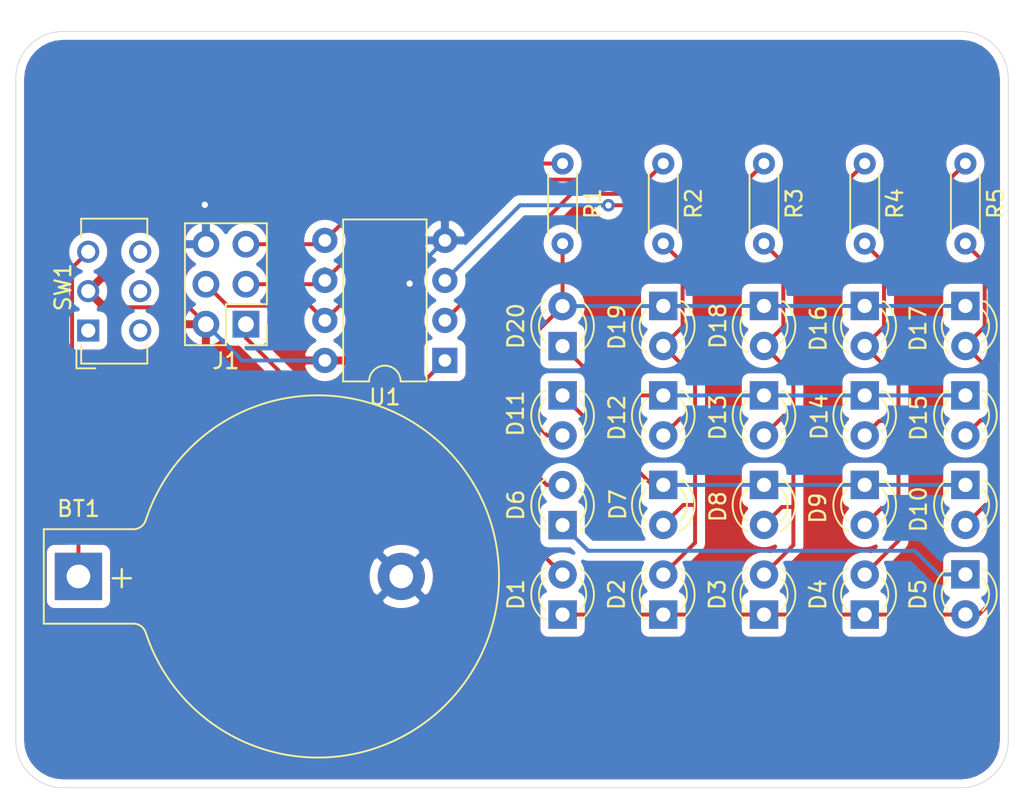
<source format=kicad_pcb>
(kicad_pcb (version 20211014) (generator pcbnew)
  (layers (0 "F.Cu" signal) (31 "B.Cu" signal) (34 "B.Paste" user) (35 "F.Paste" user) (36 "B.SilkS" user "B.Silkscreen") (37 "F.SilkS" user "F.Silkscreen") (38 "B.Mask" user) (39 "F.Mask" user) (44 "Edge.Cuts" user))
  (net 0 "")
  (net 1 "GND")
  (net 2 "Net-(BT1-Pad1)")
  (net 3 "Net-(D1-Pad1)")
  (net 4 "Net-(D1-Pad2)")
  (net 5 "Net-(D12-Pad2)")
  (net 6 "Net-(D13-Pad2)")
  (net 7 "Net-(D14-Pad2)")
  (net 8 "Net-(D5-Pad1)")
  (net 9 "Net-(D10-Pad1)")
  (net 10 "Net-(D12-Pad1)")
  (net 11 "MISO")
  (net 12 "VCC")
  (net 13 "SCK")
  (net 14 "MOSI")
  (net 15 "RST")
  (net 16 "PB3")
  (net 17 "PB4")
  (footprint "LED_THT:LED_D3.0mm" (layer "F.Cu") (at 149.935 115.81 90)
    (fp_text reference "D1" (at 1.27 -2.96 90) (layer "F.SilkS"))
    (fp_text value "LED")
    (fp_line (start -0.29 -1.236) (end -0.29 -1.08) (layer "F.SilkS") (width 0.12))
    (fp_line (start -0.29 1.08) (end -0.29 1.236) (layer "F.SilkS") (width 0.12))
    (fp_arc (start 2.942335 1.078608) (mid 1.366487 1.987659) (end -0.29 1.235516) (layer "F.SilkS") (width 0.12))
    (fp_arc (start -0.29 -1.235516) (mid 1.366487 -1.987659) (end 2.942335 -1.078608) (layer "F.SilkS") (width 0.12))
    (fp_arc (start 2.31113 1.079837) (mid 1.270117 1.5) (end 0.229039 1.08) (layer "F.SilkS") (width 0.12))
    (fp_arc (start 0.229039 -1.08) (mid 1.270117 -1.5) (end 2.31113 -1.079837) (layer "F.SilkS") (width 0.12))
    (pad "1" thru_hole rect locked (at 0 0 90) (size 1.8 1.8) (drill 0.9) (layers *.Cu *.Mask) (net 3 "Net-(D1-Pad1)"))
    (pad "2" thru_hole circle locked (at 2.54 0 90) (size 1.8 1.8) (drill 0.9) (layers *.Cu *.Mask) (net 4 "Net-(D1-Pad2)"))
  )
  (footprint "LED_THT:LED_D3.0mm" (layer "F.Cu") (at 156.3275 115.81 90)
    (fp_text reference "D2" (at 1.27 -2.96 90) (layer "F.SilkS"))
    (fp_text value "LED")
    (fp_line (start -0.29 1.08) (end -0.29 1.236) (layer "F.SilkS") (width 0.12))
    (fp_line (start -0.29 -1.236) (end -0.29 -1.08) (layer "F.SilkS") (width 0.12))
    (fp_arc (start 2.31113 1.079837) (mid 1.270117 1.5) (end 0.229039 1.08) (layer "F.SilkS") (width 0.12))
    (fp_arc (start 2.942335 1.078608) (mid 1.366487 1.987659) (end -0.29 1.235516) (layer "F.SilkS") (width 0.12))
    (fp_arc (start -0.29 -1.235516) (mid 1.366487 -1.987659) (end 2.942335 -1.078608) (layer "F.SilkS") (width 0.12))
    (fp_arc (start 0.229039 -1.08) (mid 1.270117 -1.5) (end 2.31113 -1.079837) (layer "F.SilkS") (width 0.12))
    (pad "1" thru_hole rect locked (at 0 0 90) (size 1.8 1.8) (drill 0.9) (layers *.Cu *.Mask) (net 3 "Net-(D1-Pad1)"))
    (pad "2" thru_hole circle locked (at 2.54 0 90) (size 1.8 1.8) (drill 0.9) (layers *.Cu *.Mask) (net 5 "Net-(D12-Pad2)"))
  )
  (footprint "LED_THT:LED_D3.0mm" (layer "F.Cu") (at 169.1125 115.81 90)
    (fp_text reference "D4" (at 1.27 -2.96 90) (layer "F.SilkS"))
    (fp_text value "LED")
    (fp_line (start -0.29 -1.236) (end -0.29 -1.08) (layer "F.SilkS") (width 0.12))
    (fp_line (start -0.29 1.08) (end -0.29 1.236) (layer "F.SilkS") (width 0.12))
    (fp_arc (start 2.31113 1.079837) (mid 1.270117 1.5) (end 0.229039 1.08) (layer "F.SilkS") (width 0.12))
    (fp_arc (start -0.29 -1.235516) (mid 1.366487 -1.987659) (end 2.942335 -1.078608) (layer "F.SilkS") (width 0.12))
    (fp_arc (start 2.942335 1.078608) (mid 1.366487 1.987659) (end -0.29 1.235516) (layer "F.SilkS") (width 0.12))
    (fp_arc (start 0.229039 -1.08) (mid 1.270117 -1.5) (end 2.31113 -1.079837) (layer "F.SilkS") (width 0.12))
    (pad "1" thru_hole rect locked (at 0 0 90) (size 1.8 1.8) (drill 0.9) (layers *.Cu *.Mask) (net 3 "Net-(D1-Pad1)"))
    (pad "2" thru_hole circle locked (at 2.54 0 90) (size 1.8 1.8) (drill 0.9) (layers *.Cu *.Mask) (net 7 "Net-(D14-Pad2)"))
  )
  (footprint "LED_THT:LED_D3.0mm" (layer "F.Cu") (at 175.505 113.26 -90)
    (fp_text reference "D5" (at 1.28 3.01 90) (layer "F.SilkS"))
    (fp_text value "LED")
    (fp_line (start -0.29 1.08) (end -0.29 1.236) (layer "F.SilkS") (width 0.12))
    (fp_line (start -0.29 -1.236) (end -0.29 -1.08) (layer "F.SilkS") (width 0.12))
    (fp_arc (start -0.29 -1.235516) (mid 1.366487 -1.987659) (end 2.942335 -1.078608) (layer "F.SilkS") (width 0.12))
    (fp_arc (start 2.942335 1.078608) (mid 1.366487 1.987659) (end -0.29 1.235516) (layer "F.SilkS") (width 0.12))
    (fp_arc (start 0.229039 -1.08) (mid 1.270117 -1.5) (end 2.31113 -1.079837) (layer "F.SilkS") (width 0.12))
    (fp_arc (start 2.31113 1.079837) (mid 1.270117 1.5) (end 0.229039 1.08) (layer "F.SilkS") (width 0.12))
    (pad "1" thru_hole rect locked (at 0 0 270) (size 1.8 1.8) (drill 0.9) (layers *.Cu *.Mask) (net 8 "Net-(D5-Pad1)"))
    (pad "2" thru_hole circle locked (at 2.54 0 270) (size 1.8 1.8) (drill 0.9) (layers *.Cu *.Mask) (net 3 "Net-(D1-Pad1)"))
  )
  (footprint "LED_THT:LED_D3.0mm" (layer "F.Cu") (at 149.935 110.13 90)
    (fp_text reference "D6" (at 1.27 -2.96 90) (layer "F.SilkS"))
    (fp_text value "LED")
    (fp_line (start -0.29 1.08) (end -0.29 1.236) (layer "F.SilkS") (width 0.12))
    (fp_line (start -0.29 -1.236) (end -0.29 -1.08) (layer "F.SilkS") (width 0.12))
    (fp_arc (start -0.29 -1.235516) (mid 1.366487 -1.987659) (end 2.942335 -1.078608) (layer "F.SilkS") (width 0.12))
    (fp_arc (start 2.31113 1.079837) (mid 1.270117 1.5) (end 0.229039 1.08) (layer "F.SilkS") (width 0.12))
    (fp_arc (start 2.942335 1.078608) (mid 1.366487 1.987659) (end -0.29 1.235516) (layer "F.SilkS") (width 0.12))
    (fp_arc (start 0.229039 -1.08) (mid 1.270117 -1.5) (end 2.31113 -1.079837) (layer "F.SilkS") (width 0.12))
    (pad "1" thru_hole rect locked (at 0 0 90) (size 1.8 1.8) (drill 0.9) (layers *.Cu *.Mask) (net 8 "Net-(D5-Pad1)"))
    (pad "2" thru_hole circle locked (at 2.54 0 90) (size 1.8 1.8) (drill 0.9) (layers *.Cu *.Mask) (net 4 "Net-(D1-Pad2)"))
  )
  (footprint "LED_THT:LED_D3.0mm" (layer "F.Cu") (at 156.3275 107.58 -90)
    (fp_text reference "D7" (at 1.25 2.88 90) (layer "F.SilkS"))
    (fp_text value "LED")
    (fp_line (start -0.29 1.08) (end -0.29 1.236) (layer "F.SilkS") (width 0.12))
    (fp_line (start -0.29 -1.236) (end -0.29 -1.08) (layer "F.SilkS") (width 0.12))
    (fp_arc (start 2.31113 1.079837) (mid 1.270117 1.5) (end 0.229039 1.08) (layer "F.SilkS") (width 0.12))
    (fp_arc (start -0.29 -1.235516) (mid 1.366487 -1.987659) (end 2.942335 -1.078608) (layer "F.SilkS") (width 0.12))
    (fp_arc (start 0.229039 -1.08) (mid 1.270117 -1.5) (end 2.31113 -1.079837) (layer "F.SilkS") (width 0.12))
    (fp_arc (start 2.942335 1.078608) (mid 1.366487 1.987659) (end -0.29 1.235516) (layer "F.SilkS") (width 0.12))
    (pad "1" thru_hole rect locked (at 0 0 270) (size 1.8 1.8) (drill 0.9) (layers *.Cu *.Mask) (net 9 "Net-(D10-Pad1)"))
    (pad "2" thru_hole circle locked (at 2.54 0 270) (size 1.8 1.8) (drill 0.9) (layers *.Cu *.Mask) (net 5 "Net-(D12-Pad2)"))
  )
  (footprint "LED_THT:LED_D3.0mm" (layer "F.Cu") (at 162.72 107.58 -90)
    (fp_text reference "D8" (at 1.38 2.92 90) (layer "F.SilkS"))
    (fp_text value "LED")
    (fp_line (start -0.29 -1.236) (end -0.29 -1.08) (layer "F.SilkS") (width 0.12))
    (fp_line (start -0.29 1.08) (end -0.29 1.236) (layer "F.SilkS") (width 0.12))
    (fp_arc (start 2.31113 1.079837) (mid 1.270117 1.5) (end 0.229039 1.08) (layer "F.SilkS") (width 0.12))
    (fp_arc (start -0.29 -1.235516) (mid 1.366487 -1.987659) (end 2.942335 -1.078608) (layer "F.SilkS") (width 0.12))
    (fp_arc (start 0.229039 -1.08) (mid 1.270117 -1.5) (end 2.31113 -1.079837) (layer "F.SilkS") (width 0.12))
    (fp_arc (start 2.942335 1.078608) (mid 1.366487 1.987659) (end -0.29 1.235516) (layer "F.SilkS") (width 0.12))
    (pad "1" thru_hole rect locked (at 0 0 270) (size 1.8 1.8) (drill 0.9) (layers *.Cu *.Mask) (net 9 "Net-(D10-Pad1)"))
    (pad "2" thru_hole circle locked (at 2.54 0 270) (size 1.8 1.8) (drill 0.9) (layers *.Cu *.Mask) (net 6 "Net-(D13-Pad2)"))
  )
  (footprint "LED_THT:LED_D3.0mm" (layer "F.Cu") (at 169.1125 107.58 -90)
    (fp_text reference "D9" (at 1.47 2.97 90) (layer "F.SilkS"))
    (fp_text value "LED")
    (fp_line (start -0.29 -1.236) (end -0.29 -1.08) (layer "F.SilkS") (width 0.12))
    (fp_line (start -0.29 1.08) (end -0.29 1.236) (layer "F.SilkS") (width 0.12))
    (fp_arc (start -0.29 -1.235516) (mid 1.366487 -1.987659) (end 2.942335 -1.078608) (layer "F.SilkS") (width 0.12))
    (fp_arc (start 2.942335 1.078608) (mid 1.366487 1.987659) (end -0.29 1.235516) (layer "F.SilkS") (width 0.12))
    (fp_arc (start 0.229039 -1.08) (mid 1.270117 -1.5) (end 2.31113 -1.079837) (layer "F.SilkS") (width 0.12))
    (fp_arc (start 2.31113 1.079837) (mid 1.270117 1.5) (end 0.229039 1.08) (layer "F.SilkS") (width 0.12))
    (pad "1" thru_hole rect locked (at 0 0 270) (size 1.8 1.8) (drill 0.9) (layers *.Cu *.Mask) (net 9 "Net-(D10-Pad1)"))
    (pad "2" thru_hole circle locked (at 2.54 0 270) (size 1.8 1.8) (drill 0.9) (layers *.Cu *.Mask) (net 7 "Net-(D14-Pad2)"))
  )
  (footprint "LED_THT:LED_D3.0mm" (layer "F.Cu") (at 175.505 107.58 -90)
    (fp_text reference "D10" (at 1.55 2.97 90) (layer "F.SilkS"))
    (fp_text value "LED")
    (fp_line (start -0.29 -1.236) (end -0.29 -1.08) (layer "F.SilkS") (width 0.12))
    (fp_line (start -0.29 1.08) (end -0.29 1.236) (layer "F.SilkS") (width 0.12))
    (fp_arc (start 2.942335 1.078608) (mid 1.366487 1.987659) (end -0.29 1.235516) (layer "F.SilkS") (width 0.12))
    (fp_arc (start 0.229039 -1.08) (mid 1.270117 -1.5) (end 2.31113 -1.079837) (layer "F.SilkS") (width 0.12))
    (fp_arc (start 2.31113 1.079837) (mid 1.270117 1.5) (end 0.229039 1.08) (layer "F.SilkS") (width 0.12))
    (fp_arc (start -0.29 -1.235516) (mid 1.366487 -1.987659) (end 2.942335 -1.078608) (layer "F.SilkS") (width 0.12))
    (pad "1" thru_hole rect locked (at 0 0 270) (size 1.8 1.8) (drill 0.9) (layers *.Cu *.Mask) (net 9 "Net-(D10-Pad1)"))
    (pad "2" thru_hole circle locked (at 2.54 0 270) (size 1.8 1.8) (drill 0.9) (layers *.Cu *.Mask) (net 3 "Net-(D1-Pad1)"))
  )
  (footprint "LED_THT:LED_D3.0mm" (layer "F.Cu") (at 149.935 101.9 -90)
    (fp_text reference "D11" (at 1.15 2.98 90) (layer "F.SilkS"))
    (fp_text value "LED")
    (fp_line (start -0.29 -1.236) (end -0.29 -1.08) (layer "F.SilkS") (width 0.12))
    (fp_line (start -0.29 1.08) (end -0.29 1.236) (layer "F.SilkS") (width 0.12))
    (fp_arc (start -0.29 -1.235516) (mid 1.366487 -1.987659) (end 2.942335 -1.078608) (layer "F.SilkS") (width 0.12))
    (fp_arc (start 2.31113 1.079837) (mid 1.270117 1.5) (end 0.229039 1.08) (layer "F.SilkS") (width 0.12))
    (fp_arc (start 0.229039 -1.08) (mid 1.270117 -1.5) (end 2.31113 -1.079837) (layer "F.SilkS") (width 0.12))
    (fp_arc (start 2.942335 1.078608) (mid 1.366487 1.987659) (end -0.29 1.235516) (layer "F.SilkS") (width 0.12))
    (pad "1" thru_hole rect locked (at 0 0 270) (size 1.8 1.8) (drill 0.9) (layers *.Cu *.Mask) (net 9 "Net-(D10-Pad1)"))
    (pad "2" thru_hole circle locked (at 2.54 0 270) (size 1.8 1.8) (drill 0.9) (layers *.Cu *.Mask) (net 4 "Net-(D1-Pad2)"))
  )
  (footprint "LED_THT:LED_D3.0mm" (layer "F.Cu") (at 156.3275 101.9 -90)
    (fp_text reference "D12" (at 1.42 2.94 90) (layer "F.SilkS"))
    (fp_text value "LED")
    (fp_line (start -0.29 -1.236) (end -0.29 -1.08) (layer "F.SilkS") (width 0.12))
    (fp_line (start -0.29 1.08) (end -0.29 1.236) (layer "F.SilkS") (width 0.12))
    (fp_arc (start 0.229039 -1.08) (mid 1.270117 -1.5) (end 2.31113 -1.079837) (layer "F.SilkS") (width 0.12))
    (fp_arc (start 2.31113 1.079837) (mid 1.270117 1.5) (end 0.229039 1.08) (layer "F.SilkS") (width 0.12))
    (fp_arc (start -0.29 -1.235516) (mid 1.366487 -1.987659) (end 2.942335 -1.078608) (layer "F.SilkS") (width 0.12))
    (fp_arc (start 2.942335 1.078608) (mid 1.366487 1.987659) (end -0.29 1.235516) (layer "F.SilkS") (width 0.12))
    (pad "1" thru_hole rect locked (at 0 0 270) (size 1.8 1.8) (drill 0.9) (layers *.Cu *.Mask) (net 10 "Net-(D12-Pad1)"))
    (pad "2" thru_hole circle locked (at 2.54 0 270) (size 1.8 1.8) (drill 0.9) (layers *.Cu *.Mask) (net 5 "Net-(D12-Pad2)"))
  )
  (footprint "LED_THT:LED_D3.0mm" (layer "F.Cu") (at 162.72 101.9 -90)
    (fp_text reference "D13" (at 1.4 2.93 90) (layer "F.SilkS"))
    (fp_text value "LED")
    (fp_line (start -0.29 1.08) (end -0.29 1.236) (layer "F.SilkS") (width 0.12))
    (fp_line (start -0.29 -1.236) (end -0.29 -1.08) (layer "F.SilkS") (width 0.12))
    (fp_arc (start 2.31113 1.079837) (mid 1.270117 1.5) (end 0.229039 1.08) (layer "F.SilkS") (width 0.12))
    (fp_arc (start 2.942335 1.078608) (mid 1.366487 1.987659) (end -0.29 1.235516) (layer "F.SilkS") (width 0.12))
    (fp_arc (start 0.229039 -1.08) (mid 1.270117 -1.5) (end 2.31113 -1.079837) (layer "F.SilkS") (width 0.12))
    (fp_arc (start -0.29 -1.235516) (mid 1.366487 -1.987659) (end 2.942335 -1.078608) (layer "F.SilkS") (width 0.12))
    (pad "1" thru_hole rect locked (at 0 0 270) (size 1.8 1.8) (drill 0.9) (layers *.Cu *.Mask) (net 10 "Net-(D12-Pad1)"))
    (pad "2" thru_hole circle locked (at 2.54 0 270) (size 1.8 1.8) (drill 0.9) (layers *.Cu *.Mask) (net 6 "Net-(D13-Pad2)"))
  )
  (footprint "LED_THT:LED_D3.0mm" (layer "F.Cu") (at 169.1125 101.9 -90)
    (fp_text reference "D14" (at 1.37 2.88 90) (layer "F.SilkS"))
    (fp_text value "LED")
    (fp_line (start -0.29 1.08) (end -0.29 1.236) (layer "F.SilkS") (width 0.12))
    (fp_line (start -0.29 -1.236) (end -0.29 -1.08) (layer "F.SilkS") (width 0.12))
    (fp_arc (start 2.942335 1.078608) (mid 1.366487 1.987659) (end -0.29 1.235516) (layer "F.SilkS") (width 0.12))
    (fp_arc (start 0.229039 -1.08) (mid 1.270117 -1.5) (end 2.31113 -1.079837) (layer "F.SilkS") (width 0.12))
    (fp_arc (start -0.29 -1.235516) (mid 1.366487 -1.987659) (end 2.942335 -1.078608) (layer "F.SilkS") (width 0.12))
    (fp_arc (start 2.31113 1.079837) (mid 1.270117 1.5) (end 0.229039 1.08) (layer "F.SilkS") (width 0.12))
    (pad "1" thru_hole rect locked (at 0 0 270) (size 1.8 1.8) (drill 0.9) (layers *.Cu *.Mask) (net 10 "Net-(D12-Pad1)"))
    (pad "2" thru_hole circle locked (at 2.54 0 270) (size 1.8 1.8) (drill 0.9) (layers *.Cu *.Mask) (net 7 "Net-(D14-Pad2)"))
  )
  (footprint "LED_THT:LED_D3.0mm" (layer "F.Cu") (at 175.505 101.9 -90)
    (fp_text reference "D15" (at 1.43 2.97 90) (layer "F.SilkS"))
    (fp_text value "LED")
    (fp_line (start -0.29 -1.236) (end -0.29 -1.08) (layer "F.SilkS") (width 0.12))
    (fp_line (start -0.29 1.08) (end -0.29 1.236) (layer "F.SilkS") (width 0.12))
    (fp_arc (start -0.29 -1.235516) (mid 1.366487 -1.987659) (end 2.942335 -1.078608) (layer "F.SilkS") (width 0.12))
    (fp_arc (start 2.31113 1.079837) (mid 1.270117 1.5) (end 0.229039 1.08) (layer "F.SilkS") (width 0.12))
    (fp_arc (start 2.942335 1.078608) (mid 1.366487 1.987659) (end -0.29 1.235516) (layer "F.SilkS") (width 0.12))
    (fp_arc (start 0.229039 -1.08) (mid 1.270117 -1.5) (end 2.31113 -1.079837) (layer "F.SilkS") (width 0.12))
    (pad "1" thru_hole rect locked (at 0 0 270) (size 1.8 1.8) (drill 0.9) (layers *.Cu *.Mask) (net 10 "Net-(D12-Pad1)"))
    (pad "2" thru_hole circle locked (at 2.54 0 270) (size 1.8 1.8) (drill 0.9) (layers *.Cu *.Mask) (net 3 "Net-(D1-Pad1)"))
  )
  (footprint "LED_THT:LED_D3.0mm" (layer "F.Cu") (at 169.1125 96.22 -90)
    (fp_text reference "D16" (at 1.43 2.94 90) (layer "F.SilkS"))
    (fp_text value "LED")
    (fp_line (start -0.29 -1.236) (end -0.29 -1.08) (layer "F.SilkS") (width 0.12))
    (fp_line (start -0.29 1.08) (end -0.29 1.236) (layer "F.SilkS") (width 0.12))
    (fp_arc (start 2.31113 1.079837) (mid 1.270117 1.5) (end 0.229039 1.08) (layer "F.SilkS") (width 0.12))
    (fp_arc (start -0.29 -1.235516) (mid 1.366487 -1.987659) (end 2.942335 -1.078608) (layer "F.SilkS") (width 0.12))
    (fp_arc (start 0.229039 -1.08) (mid 1.270117 -1.5) (end 2.31113 -1.079837) (layer "F.SilkS") (width 0.12))
    (fp_arc (start 2.942335 1.078608) (mid 1.366487 1.987659) (end -0.29 1.235516) (layer "F.SilkS") (width 0.12))
    (pad "1" thru_hole rect locked (at 0 0 270) (size 1.8 1.8) (drill 0.9) (layers *.Cu *.Mask) (net 4 "Net-(D1-Pad2)"))
    (pad "2" thru_hole circle locked (at 2.54 0 270) (size 1.8 1.8) (drill 0.9) (layers *.Cu *.Mask) (net 7 "Net-(D14-Pad2)"))
  )
  (footprint "LED_THT:LED_D3.0mm" (layer "F.Cu") (at 175.505 96.22 -90)
    (fp_text reference "D17" (at 1.44 3 90) (layer "F.SilkS"))
    (fp_text value "LED")
    (fp_line (start -0.29 -1.236) (end -0.29 -1.08) (layer "F.SilkS") (width 0.12))
    (fp_line (start -0.29 1.08) (end -0.29 1.236) (layer "F.SilkS") (width 0.12))
    (fp_arc (start -0.29 -1.235516) (mid 1.366487 -1.987659) (end 2.942335 -1.078608) (layer "F.SilkS") (width 0.12))
    (fp_arc (start 2.31113 1.079837) (mid 1.270117 1.5) (end 0.229039 1.08) (layer "F.SilkS") (width 0.12))
    (fp_arc (start 0.229039 -1.08) (mid 1.270117 -1.5) (end 2.31113 -1.079837) (layer "F.SilkS") (width 0.12))
    (fp_arc (start 2.942335 1.078608) (mid 1.366487 1.987659) (end -0.29 1.235516) (layer "F.SilkS") (width 0.12))
    (pad "1" thru_hole rect locked (at 0 0 270) (size 1.8 1.8) (drill 0.9) (layers *.Cu *.Mask) (net 4 "Net-(D1-Pad2)"))
    (pad "2" thru_hole circle locked (at 2.54 0 270) (size 1.8 1.8) (drill 0.9) (layers *.Cu *.Mask) (net 3 "Net-(D1-Pad1)"))
  )
  (footprint "LED_THT:LED_D3.0mm" (layer "F.Cu") (at 162.72 96.22 -90)
    (fp_text reference "D18" (at 1.27 2.92 90) (layer "F.SilkS"))
    (fp_text value "LED")
    (fp_line (start -0.29 1.08) (end -0.29 1.236) (layer "F.SilkS") (width 0.12))
    (fp_line (start -0.29 -1.236) (end -0.29 -1.08) (layer "F.SilkS") (width 0.12))
    (fp_arc (start 0.229039 -1.08) (mid 1.270117 -1.5) (end 2.31113 -1.079837) (layer "F.SilkS") (width 0.12))
    (fp_arc (start 2.942335 1.078608) (mid 1.366487 1.987659) (end -0.29 1.235516) (layer "F.SilkS") (width 0.12))
    (fp_arc (start -0.29 -1.235516) (mid 1.366487 -1.987659) (end 2.942335 -1.078608) (layer "F.SilkS") (width 0.12))
    (fp_arc (start 2.31113 1.079837) (mid 1.270117 1.5) (end 0.229039 1.08) (layer "F.SilkS") (width 0.12))
    (pad "1" thru_hole rect locked (at 0 0 270) (size 1.8 1.8) (drill 0.9) (layers *.Cu *.Mask) (net 4 "Net-(D1-Pad2)"))
    (pad "2" thru_hole circle locked (at 2.54 0 270) (size 1.8 1.8) (drill 0.9) (layers *.Cu *.Mask) (net 6 "Net-(D13-Pad2)"))
  )
  (footprint "LED_THT:LED_D3.0mm" (layer "F.Cu") (at 156.3275 96.22 -90)
    (fp_text reference "D19" (at 1.35 2.94 90) (layer "F.SilkS"))
    (fp_text value "LED")
    (fp_line (start -0.29 1.08) (end -0.29 1.236) (layer "F.SilkS") (width 0.12))
    (fp_line (start -0.29 -1.236) (end -0.29 -1.08) (layer "F.SilkS") (width 0.12))
    (fp_arc (start -0.29 -1.235516) (mid 1.366487 -1.987659) (end 2.942335 -1.078608) (layer "F.SilkS") (width 0.12))
    (fp_arc (start 2.31113 1.079837) (mid 1.270117 1.5) (end 0.229039 1.08) (layer "F.SilkS") (width 0.12))
    (fp_arc (start 2.942335 1.078608) (mid 1.366487 1.987659) (end -0.29 1.235516) (layer "F.SilkS") (width 0.12))
    (fp_arc (start 0.229039 -1.08) (mid 1.270117 -1.5) (end 2.31113 -1.079837) (layer "F.SilkS") (width 0.12))
    (pad "1" thru_hole rect locked (at 0 0 270) (size 1.8 1.8) (drill 0.9) (layers *.Cu *.Mask) (net 4 "Net-(D1-Pad2)"))
    (pad "2" thru_hole circle locked (at 2.54 0 270) (size 1.8 1.8) (drill 0.9) (layers *.Cu *.Mask) (net 5 "Net-(D12-Pad2)"))
  )
  (footprint "LED_THT:LED_D3.0mm" (layer "F.Cu") (at 149.935 98.77 90)
    (fp_text reference "D20" (at 1.27 -2.96 90) (layer "F.SilkS"))
    (fp_text value "LED")
    (fp_line (start -0.29 1.08) (end -0.29 1.236) (layer "F.SilkS") (width 0.12))
    (fp_line (start -0.29 -1.236) (end -0.29 -1.08) (layer "F.SilkS") (width 0.12))
    (fp_arc (start -0.29 -1.235516) (mid 1.366487 -1.987659) (end 2.942335 -1.078608) (layer "F.SilkS") (width 0.12))
    (fp_arc (start 2.31113 1.079837) (mid 1.270117 1.5) (end 0.229039 1.08) (layer "F.SilkS") (width 0.12))
    (fp_arc (start 2.942335 1.078608) (mid 1.366487 1.987659) (end -0.29 1.235516) (layer "F.SilkS") (width 0.12))
    (fp_arc (start 0.229039 -1.08) (mid 1.270117 -1.5) (end 2.31113 -1.079837) (layer "F.SilkS") (width 0.12))
    (pad "1" thru_hole rect locked (at 0 0 90) (size 1.8 1.8) (drill 0.9) (layers *.Cu *.Mask) (net 10 "Net-(D12-Pad1)"))
    (pad "2" thru_hole circle locked (at 2.54 0 90) (size 1.8 1.8) (drill 0.9) (layers *.Cu *.Mask) (net 4 "Net-(D1-Pad2)"))
  )
  (footprint "Resistor_THT:R_Axial_DIN0204_L3.6mm_D1.6mm_P5.08mm_Horizontal" (layer "F.Cu") (at 149.935 87.18 -90)
    (fp_text reference "R1" (at 2.54 -1.92 90) (layer "F.SilkS"))
    (fp_text value "100")
    (fp_line (start 0.62 0.92) (end 4.46 0.92) (layer "F.SilkS") (width 0.12))
    (fp_line (start 0.62 -0.92) (end 4.46 -0.92) (layer "F.SilkS") (width 0.12))
    (pad "1" thru_hole circle locked (at 0 0 270) (size 1.4 1.4) (drill 0.7) (layers *.Cu *.Mask) (net 14 "MOSI"))
    (pad "2" thru_hole oval locked (at 5.08 0 270) (size 1.4 1.4) (drill 0.7) (layers *.Cu *.Mask) (net 4 "Net-(D1-Pad2)"))
  )
  (footprint "Resistor_THT:R_Axial_DIN0204_L3.6mm_D1.6mm_P5.08mm_Horizontal" (layer "F.Cu") (at 156.3275 87.18 -90)
    (fp_text reference "R2" (at 2.54 -1.92 90) (layer "F.SilkS"))
    (fp_text value "100")
    (fp_line (start 0.62 -0.92) (end 4.46 -0.92) (layer "F.SilkS") (width 0.12))
    (fp_line (start 0.62 0.92) (end 4.46 0.92) (layer "F.SilkS") (width 0.12))
    (pad "1" thru_hole circle locked (at 0 0 270) (size 1.4 1.4) (drill 0.7) (layers *.Cu *.Mask) (net 11 "MISO"))
    (pad "2" thru_hole oval locked (at 5.08 0 270) (size 1.4 1.4) (drill 0.7) (layers *.Cu *.Mask) (net 5 "Net-(D12-Pad2)"))
  )
  (footprint "Resistor_THT:R_Axial_DIN0204_L3.6mm_D1.6mm_P5.08mm_Horizontal" (layer "F.Cu") (at 162.72 87.18 -90)
    (fp_text reference "R3" (at 2.54 -1.92 90) (layer "F.SilkS"))
    (fp_text value "100")
    (fp_line (start 0.62 0.92) (end 4.46 0.92) (layer "F.SilkS") (width 0.12))
    (fp_line (start 0.62 -0.92) (end 4.46 -0.92) (layer "F.SilkS") (width 0.12))
    (pad "1" thru_hole circle locked (at 0 0 270) (size 1.4 1.4) (drill 0.7) (layers *.Cu *.Mask) (net 13 "SCK"))
    (pad "2" thru_hole oval locked (at 5.08 0 270) (size 1.4 1.4) (drill 0.7) (layers *.Cu *.Mask) (net 6 "Net-(D13-Pad2)"))
  )
  (footprint "Resistor_THT:R_Axial_DIN0204_L3.6mm_D1.6mm_P5.08mm_Horizontal" (layer "F.Cu") (at 169.1125 87.18 -90)
    (fp_text reference "R4" (at 2.54 -1.92 90) (layer "F.SilkS"))
    (fp_text value "100")
    (fp_line (start 0.62 -0.92) (end 4.46 -0.92) (layer "F.SilkS") (width 0.12))
    (fp_line (start 0.62 0.92) (end 4.46 0.92) (layer "F.SilkS") (width 0.12))
    (pad "1" thru_hole circle locked (at 0 0 270) (size 1.4 1.4) (drill 0.7) (layers *.Cu *.Mask) (net 16 "PB3"))
    (pad "2" thru_hole oval locked (at 5.08 0 270) (size 1.4 1.4) (drill 0.7) (layers *.Cu *.Mask) (net 7 "Net-(D14-Pad2)"))
  )
  (footprint "Resistor_THT:R_Axial_DIN0204_L3.6mm_D1.6mm_P5.08mm_Horizontal" (layer "F.Cu") (at 175.505 87.18 -90)
    (fp_text reference "R5" (at 2.54 -1.92 90) (layer "F.SilkS"))
    (fp_text value "100")
    (fp_line (start 0.62 0.92) (end 4.46 0.92) (layer "F.SilkS") (width 0.12))
    (fp_line (start 0.62 -0.92) (end 4.46 -0.92) (layer "F.SilkS") (width 0.12))
    (pad "1" thru_hole circle locked (at 0 0 270) (size 1.4 1.4) (drill 0.7) (layers *.Cu *.Mask) (net 17 "PB4"))
    (pad "2" thru_hole oval locked (at 5.08 0 270) (size 1.4 1.4) (drill 0.7) (layers *.Cu *.Mask) (net 3 "Net-(D1-Pad1)"))
  )
  (footprint "Button_Switch_THT:SW_CuK_JS202011CQN_DPDT_Straight" (layer "F.Cu") (at 119.825 97.78 90)
    (fp_text reference "SW1" (at 2.75 -1.6 90) (layer "F.SilkS"))
    (fp_text value "SWITCH")
    (fp_line (start 5.9 -0.45) (end 7.1 -0.45) (layer "F.SilkS") (width 0.12))
    (fp_line (start 7.1 -0.45) (end 7.1 3.75) (layer "F.SilkS") (width 0.12))
    (fp_line (start 7.1 3.75) (end 5.9 3.75) (layer "F.SilkS") (width 0.12))
    (fp_line (start -0.9 -0.45) (end -2.1 -0.45) (layer "F.SilkS") (width 0.12))
    (fp_line (start -1.2 -0.75) (end -2.4 -0.75) (layer "F.SilkS") (width 0.12))
    (fp_line (start -2.4 -0.75) (end -2.4 0.45) (layer "F.SilkS") (width 0.12))
    (fp_line (start -2.1 3.75) (end -0.9 3.75) (layer "F.SilkS") (width 0.12))
    (fp_line (start -2.1 -0.45) (end -2.1 3.75) (layer "F.SilkS") (width 0.12))
    (pad "1" thru_hole rect locked (at 0 0 90) (size 1.4 1.4) (drill 0.9) (layers *.Cu *.Mask))
    (pad "2" thru_hole circle locked (at 2.5 0 90) (size 1.4 1.4) (drill 0.9) (layers *.Cu *.Mask) (net 12 "VCC"))
    (pad "3" thru_hole circle locked (at 5 0 90) (size 1.4 1.4) (drill 0.9) (layers *.Cu *.Mask) (net 2 "Net-(BT1-Pad1)"))
    (pad "4" thru_hole circle locked (at 0 3.3 90) (size 1.4 1.4) (drill 0.9) (layers *.Cu *.Mask))
    (pad "5" thru_hole circle locked (at 2.5 3.3 90) (size 1.4 1.4) (drill 0.9) (layers *.Cu *.Mask))
    (pad "6" thru_hole circle locked (at 5 3.3 90) (size 1.4 1.4) (drill 0.9) (layers *.Cu *.Mask))
  )
  (footprint "Package_DIP:DIP-8_W7.62mm" (layer "F.Cu") (at 142.465 99.68 180)
    (fp_text reference "U1" (at 3.81 -2.33) (layer "F.SilkS"))
    (fp_text value "ATtiny85-20PU")
    (fp_line (start 1.16 -1.33) (end 1.16 8.95) (layer "F.SilkS") (width 0.12))
    (fp_line (start 6.46 8.95) (end 6.46 -1.33) (layer "F.SilkS") (width 0.12))
    (fp_line (start 2.81 -1.33) (end 1.16 -1.33) (layer "F.SilkS") (width 0.12))
    (fp_line (start 1.16 8.95) (end 6.46 8.95) (layer "F.SilkS") (width 0.12))
    (fp_line (start 6.46 -1.33) (end 4.81 -1.33) (layer "F.SilkS") (width 0.12))
    (fp_arc (start 4.81 -1.33) (mid 3.81 -0.33) (end 2.81 -1.33) (layer "F.SilkS") (width 0.12))
    (pad "1" thru_hole rect locked (at 0 0 180) (size 1.6 1.6) (drill 0.8) (layers *.Cu *.Mask) (net 15 "RST"))
    (pad "2" thru_hole oval locked (at 0 2.54 180) (size 1.6 1.6) (drill 0.8) (layers *.Cu *.Mask) (net 16 "PB3"))
    (pad "3" thru_hole oval locked (at 0 5.08 180) (size 1.6 1.6) (drill 0.8) (layers *.Cu *.Mask) (net 17 "PB4"))
    (pad "4" thru_hole oval locked (at 0 7.62 180) (size 1.6 1.6) (drill 0.8) (layers *.Cu *.Mask) (net 1 "GND"))
    (pad "5" thru_hole oval locked (at 7.62 7.62 180) (size 1.6 1.6) (drill 0.8) (layers *.Cu *.Mask) (net 14 "MOSI"))
    (pad "6" thru_hole oval locked (at 7.62 5.08 180) (size 1.6 1.6) (drill 0.8) (layers *.Cu *.Mask) (net 11 "MISO"))
    (pad "7" thru_hole oval locked (at 7.62 2.54 180) (size 1.6 1.6) (drill 0.8) (layers *.Cu *.Mask) (net 13 "SCK"))
    (pad "8" thru_hole oval locked (at 7.62 0 180) (size 1.6 1.6) (drill 0.8) (layers *.Cu *.Mask) (net 12 "VCC"))
  )
  (footprint "LED_THT:LED_D3.0mm" (layer "F.Cu") (at 162.72 115.81 90)
    (fp_text reference "D3" (at 1.27 -2.96 90) (layer "F.SilkS"))
    (fp_text value "LED")
    (fp_line (start -0.29 1.08) (end -0.29 1.236) (layer "F.SilkS") (width 0.12))
    (fp_line (start -0.29 -1.236) (end -0.29 -1.08) (layer "F.SilkS") (width 0.12))
    (fp_arc (start 2.31113 1.079837) (mid 1.270117 1.5) (end 0.229039 1.08) (layer "F.SilkS") (width 0.12))
    (fp_arc (start -0.29 -1.235516) (mid 1.366487 -1.987659) (end 2.942335 -1.078608) (layer "F.SilkS") (width 0.12))
    (fp_arc (start 0.229039 -1.08) (mid 1.270117 -1.5) (end 2.31113 -1.079837) (layer "F.SilkS") (width 0.12))
    (fp_arc (start 2.942335 1.078608) (mid 1.366487 1.987659) (end -0.29 1.235516) (layer "F.SilkS") (width 0.12))
    (pad "1" thru_hole rect locked (at 0 0 90) (size 1.8 1.8) (drill 0.9) (layers *.Cu *.Mask) (net 3 "Net-(D1-Pad1)"))
    (pad "2" thru_hole circle locked (at 2.54 0 90) (size 1.8 1.8) (drill 0.9) (layers *.Cu *.Mask) (net 6 "Net-(D13-Pad2)"))
  )
  (footprint "Connector_PinHeader_2.54mm:PinHeader_2x03_P2.54mm_Vertical" (layer "F.Cu") (at 129.835 97.38 180)
    (fp_text reference "J1" (at 1.27 -2.33) (layer "F.SilkS"))
    (fp_text value "CONNECTOR")
    (fp_line (start -1.33 1.27) (end -1.33 6.41) (layer "F.SilkS") (width 0.12))
    (fp_line (start 1.27 -1.33) (end 3.87 -1.33) (layer "F.SilkS") (width 0.12))
    (fp_line (start 3.87 -1.33) (end 3.87 6.41) (layer "F.SilkS") (width 0.12))
    (fp_line (start -1.33 0) (end -1.33 -1.33) (layer "F.SilkS") (width 0.12))
    (fp_line (start 1.27 1.27) (end 1.27 -1.33) (layer "F.SilkS") (width 0.12))
    (fp_line (start -1.33 1.27) (end 1.27 1.27) (layer "F.SilkS") (width 0.12))
    (fp_line (start -1.33 6.41) (end 3.87 6.41) (layer "F.SilkS") (width 0.12))
    (fp_line (start -1.33 -1.33) (end 0 -1.33) (layer "F.SilkS") (width 0.12))
    (pad "1" thru_hole rect locked (at 0 0 180) (size 1.7 1.7) (drill 1) (layers *.Cu *.Mask) (net 15 "RST"))
    (pad "2" thru_hole oval locked (at 2.54 0 180) (size 1.7 1.7) (drill 1) (layers *.Cu *.Mask) (net 12 "VCC"))
    (pad "3" thru_hole oval locked (at 0 2.54 180) (size 1.7 1.7) (drill 1) (layers *.Cu *.Mask) (net 11 "MISO"))
    (pad "4" thru_hole oval locked (at 2.54 2.54 180) (size 1.7 1.7) (drill 1) (layers *.Cu *.Mask) (net 13 "SCK"))
    (pad "5" thru_hole oval locked (at 0 5.08 180) (size 1.7 1.7) (drill 1) (layers *.Cu *.Mask) (net 14 "MOSI"))
    (pad "6" thru_hole oval locked (at 2.54 5.08 180) (size 1.7 1.7) (drill 1) (layers *.Cu *.Mask) (net 1 "GND"))
  )
  (footprint "Battery:BatteryHolder_Keystone_103_1x20mm" (layer "F.Cu") (at 119.205 113.39)
    (fp_text reference "BT1" (at 0 -4.3) (layer "F.SilkS"))
    (fp_text value "BATTERY")
    (fp_text user "+" (at 2.75 0) (layer "F.SilkS") (effects (font (size 1.5 1.5))))
    (fp_line (start -2.2 3) (end -2.2 -3) (layer "F.SilkS") (width 0.12))
    (fp_line (start -2.2 3) (end 3.5 3) (layer "F.SilkS") (width 0.12))
    (fp_line (start -2.2 -3) (end 3.5 -3) (layer "F.SilkS") (width 0.12))
    (fp_arc (start 4.25 -3.5) (mid 16.993514 -11.35499) (end 26.695671 0.045281) (layer "F.SilkS") (width 0.12))
    (fp_arc (start 26.695671 -0.045281) (mid 16.993514 11.35499) (end 4.25 3.5) (layer "F.SilkS") (width 0.12))
    (fp_arc (start 4.251754 -3.526384) (mid 3.958861 -3.144678) (end 3.5 -3) (layer "F.SilkS") (width 0.12))
    (fp_arc (start 3.5 3) (mid 3.958861 3.144678) (end 4.251754 3.526384) (layer "F.SilkS") (width 0.12))
    (pad "1" thru_hole rect locked (at 0 0) (size 3 3) (drill 1.5) (layers *.Cu *.Mask) (net 2 "Net-(BT1-Pad1)"))
    (pad "2" thru_hole circle locked (at 20.49 0) (size 3 3) (drill 1.5) (layers *.Cu *.Mask) (net 1 "GND"))
  )
  (gr_line (start 115.225 123.8) (end 115.225 81.8) (layer "Edge.Cuts") (width 0.05))
  (gr_line (start 118.225 78.8) (end 175.225 78.8) (layer "Edge.Cuts") (width 0.05))
  (gr_line (start 178.225 81.8) (end 178.225 123.8) (layer "Edge.Cuts") (width 0.05))
  (gr_line (start 175.225 126.8) (end 118.225 126.8) (layer "Edge.Cuts") (width 0.05))
  (gr_arc (start 118.225 126.8) (mid 116.10368 125.92132) (end 115.225 123.8) (layer "Edge.Cuts") (width 0.05))
  (gr_arc (start 115.225 81.8) (mid 116.10368 79.67868) (end 118.225 78.8) (layer "Edge.Cuts") (width 0.05))
  (gr_arc (start 178.225 123.8) (mid 177.34632 125.92132) (end 175.225 126.8) (layer "Edge.Cuts") (width 0.05))
  (gr_arc (start 175.225 78.8) (mid 177.34632 79.67868) (end 178.225 81.8) (layer "Edge.Cuts") (width 0.05))
  (via (at 140.225 94.8) (size 0.8) (drill 0.4) (layers "F.Cu" "B.Cu") (net 1))
  (via (at 127.225 89.8) (size 0.8) (drill 0.4) (layers "F.Cu" "B.Cu") (net 1))
  (segment (start 127.295 92.3) (end 127.295 89.87) (width 0.25) (layer "B.Cu") (net 1))
  (segment (start 142.465 92.06) (end 140.225 94.3) (width 0.25) (layer "B.Cu") (net 1))
  (segment (start 140.225 94.3) (end 140.225 94.8) (width 0.25) (layer "B.Cu") (net 1))
  (segment (start 127.295 89.87) (end 127.225 89.8) (width 0.25) (layer "B.Cu") (net 1))
  (segment (start 119.205 113.39) (end 119.205 105.48) (width 0.25) (layer "F.Cu") (net 2))
  (segment (start 118.799999 93.805001) (end 119.825 92.78) (width 0.25) (layer "F.Cu") (net 2))
  (segment (start 119.205 113.39) (end 118.799999 112.984999) (width 0.25) (layer "F.Cu") (net 2))
  (segment (start 118.799999 105.074999) (end 118.799999 93.805001) (width 0.25) (layer "F.Cu") (net 2))
  (segment (start 119.205 105.48) (end 118.799999 105.074999) (width 0.25) (layer "F.Cu") (net 2))
  (segment (start 176.765 108.86) (end 177.405 108.86) (width 0.25) (layer "F.Cu") (net 3))
  (segment (start 169.1125 115.81) (end 175.495 115.81) (width 0.25) (layer "F.Cu") (net 3))
  (segment (start 175.495 115.81) (end 175.505 115.8) (width 0.25) (layer "F.Cu") (net 3))
  (segment (start 176.730001 93.485001) (end 175.505 92.26) (width 0.25) (layer "F.Cu") (net 3))
  (segment (start 175.505 110.12) (end 176.765 108.86) (width 0.25) (layer "F.Cu") (net 3))
  (segment (start 175.505 98.76) (end 176.730001 97.534999) (width 0.25) (layer "F.Cu") (net 3))
  (segment (start 176.730001 97.534999) (end 176.730001 93.485001) (width 0.25) (layer "F.Cu") (net 3))
  (segment (start 176.465 103.48) (end 177.405 103.48) (width 0.25) (layer "F.Cu") (net 3))
  (segment (start 177.405 114.76) (end 177.405 108.86) (width 0.25) (layer "F.Cu") (net 3))
  (segment (start 177.405 108.86) (end 177.405 103.48) (width 0.25) (layer "F.Cu") (net 3))
  (segment (start 176.365 115.8) (end 177.405 114.76) (width 0.25) (layer "F.Cu") (net 3))
  (segment (start 156.3275 115.81) (end 162.72 115.81) (width 0.25) (layer "F.Cu") (net 3))
  (segment (start 177.405 100.66) (end 175.505 98.76) (width 0.25) (layer "F.Cu") (net 3))
  (segment (start 177.405 103.48) (end 177.405 100.66) (width 0.25) (layer "F.Cu") (net 3))
  (segment (start 162.72 115.81) (end 169.1125 115.81) (width 0.25) (layer "F.Cu") (net 3))
  (segment (start 149.935 115.81) (end 156.3275 115.81) (width 0.25) (layer "F.Cu") (net 3))
  (segment (start 175.505 115.8) (end 176.365 115.8) (width 0.25) (layer "F.Cu") (net 3))
  (segment (start 175.505 104.44) (end 176.465 103.48) (width 0.25) (layer "F.Cu") (net 3))
  (segment (start 148.115 111.45) (end 148.115 106.77) (width 0.25) (layer "F.Cu") (net 4))
  (segment (start 148.115 98.05) (end 149.935 96.23) (width 0.25) (layer "F.Cu") (net 4))
  (segment (start 149.935 107.59) (end 148.935 107.59) (width 0.25) (layer "F.Cu") (net 4))
  (segment (start 149.935 96.23) (end 149.935 92.26) (width 0.25) (layer "F.Cu") (net 4))
  (segment (start 148.965 104.44) (end 148.115 103.59) (width 0.25) (layer "F.Cu") (net 4))
  (segment (start 148.115 106.77) (end 148.115 103.59) (width 0.25) (layer "F.Cu") (net 4))
  (segment (start 149.935 104.44) (end 148.965 104.44) (width 0.25) (layer "F.Cu") (net 4))
  (segment (start 148.935 107.59) (end 148.115 106.77) (width 0.25) (layer "F.Cu") (net 4))
  (segment (start 148.115 103.59) (end 148.115 98.05) (width 0.25) (layer "F.Cu") (net 4))
  (segment (start 149.935 113.27) (end 148.115 111.45) (width 0.25) (layer "F.Cu") (net 4))
  (segment (start 149.935 96.23) (end 156.3175 96.23) (width 0.25) (layer "B.Cu") (net 4))
  (segment (start 162.72 96.22) (end 169.1125 96.22) (width 0.25) (layer "B.Cu") (net 4))
  (segment (start 156.3175 96.23) (end 156.3275 96.22) (width 0.25) (layer "B.Cu") (net 4))
  (segment (start 156.3275 96.22) (end 162.72 96.22) (width 0.25) (layer "B.Cu") (net 4))
  (segment (start 175.505 96.22) (end 169.1125 96.22) (width 0.25) (layer "B.Cu") (net 4))
  (segment (start 156.3275 110.12) (end 157.5975 108.85) (width 0.25) (layer "F.Cu") (net 5))
  (segment (start 156.3275 104.44) (end 157.3975 103.37) (width 0.25) (layer "F.Cu") (net 5))
  (segment (start 158.345 100.7775) (end 156.3275 98.76) (width 0.25) (layer "F.Cu") (net 5))
  (segment (start 158.345 111.2525) (end 158.345 108.85) (width 0.25) (layer "F.Cu") (net 5))
  (segment (start 156.3275 98.76) (end 157.552501 97.534999) (width 0.25) (layer "F.Cu") (net 5))
  (segment (start 158.345 108.85) (end 158.345 103.37) (width 0.25) (layer "F.Cu") (net 5))
  (segment (start 158.345 103.37) (end 158.345 100.7775) (width 0.25) (layer "F.Cu") (net 5))
  (segment (start 156.3275 113.27) (end 158.345 111.2525) (width 0.25) (layer "F.Cu") (net 5))
  (segment (start 157.552501 97.534999) (end 157.552501 93.485001) (width 0.25) (layer "F.Cu") (net 5))
  (segment (start 157.5975 108.85) (end 158.345 108.85) (width 0.25) (layer "F.Cu") (net 5))
  (segment (start 157.552501 93.485001) (end 156.3275 92.26) (width 0.25) (layer "F.Cu") (net 5))
  (segment (start 157.3975 103.37) (end 158.345 103.37) (width 0.25) (layer "F.Cu") (net 5))
  (segment (start 162.72 110.12) (end 163.86 108.98) (width 0.25) (layer "F.Cu") (net 6))
  (segment (start 162.72 98.76) (end 163.945001 97.534999) (width 0.25) (layer "F.Cu") (net 6))
  (segment (start 164.585 108.98) (end 164.585 103.19) (width 0.25) (layer "F.Cu") (net 6))
  (segment (start 164.585 103.19) (end 164.585 100.625) (width 0.25) (layer "F.Cu") (net 6))
  (segment (start 162.72 113.27) (end 164.585 111.405) (width 0.25) (layer "F.Cu") (net 6))
  (segment (start 164.585 100.625) (end 162.72 98.76) (width 0.25) (layer "F.Cu") (net 6))
  (segment (start 163.945001 97.534999) (end 163.945001 93.485001) (width 0.25) (layer "F.Cu") (net 6))
  (segment (start 164.585 111.405) (end 164.585 108.98) (width 0.25) (layer "F.Cu") (net 6))
  (segment (start 162.72 104.44) (end 163.97 103.19) (width 0.25) (layer "F.Cu") (net 6))
  (segment (start 163.86 108.98) (end 164.585 108.98) (width 0.25) (layer "F.Cu") (net 6))
  (segment (start 163.945001 93.485001) (end 162.72 92.26) (width 0.25) (layer "F.Cu") (net 6))
  (segment (start 163.97 103.19) (end 164.585 103.19) (width 0.25) (layer "F.Cu") (net 6))
  (segment (start 170.1925 109.04) (end 171.255 109.04) (width 0.25) (layer "F.Cu") (net 7))
  (segment (start 170.337501 93.485001) (end 169.1125 92.26) (width 0.25) (layer "F.Cu") (net 7))
  (segment (start 169.1125 98.76) (end 170.337501 97.534999) (width 0.25) (layer "F.Cu") (net 7))
  (segment (start 171.255 111.1275) (end 171.255 109.04) (width 0.25) (layer "F.Cu") (net 7))
  (segment (start 169.1125 110.12) (end 170.1925 109.04) (width 0.25) (layer "F.Cu") (net 7))
  (segment (start 171.255 100.9025) (end 169.1125 98.76) (width 0.25) (layer "F.Cu") (net 7))
  (segment (start 171.255 109.04) (end 171.255 103.52) (width 0.25) (layer "F.Cu") (net 7))
  (segment (start 169.1125 113.27) (end 171.255 111.1275) (width 0.25) (layer "F.Cu") (net 7))
  (segment (start 170.0325 103.52) (end 171.255 103.52) (width 0.25) (layer "F.Cu") (net 7))
  (segment (start 170.337501 97.534999) (end 170.337501 93.485001) (width 0.25) (layer "F.Cu") (net 7))
  (segment (start 171.255 103.52) (end 171.255 100.9025) (width 0.25) (layer "F.Cu") (net 7))
  (segment (start 169.1125 104.44) (end 170.0325 103.52) (width 0.25) (layer "F.Cu") (net 7))
  (segment (start 151.565 111.76) (end 149.935 110.13) (width 0.25) (layer "B.Cu") (net 8))
  (segment (start 173.805 113.26) (end 172.305 111.76) (width 0.25) (layer "B.Cu") (net 8))
  (segment (start 172.305 111.76) (end 151.565 111.76) (width 0.25) (layer "B.Cu") (net 8))
  (segment (start 175.505 113.26) (end 173.805 113.26) (width 0.25) (layer "B.Cu") (net 8))
  (segment (start 155.615 107.58) (end 149.935 101.9) (width 0.25) (layer "F.Cu") (net 9))
  (segment (start 156.3275 107.58) (end 155.615 107.58) (width 0.25) (layer "F.Cu") (net 9))
  (segment (start 162.72 107.58) (end 169.1125 107.58) (width 0.25) (layer "B.Cu") (net 9))
  (segment (start 175.505 107.58) (end 169.1125 107.58) (width 0.25) (layer "B.Cu") (net 9))
  (segment (start 156.3275 107.58) (end 162.72 107.58) (width 0.25) (layer "B.Cu") (net 9))
  (segment (start 153.065 101.9) (end 149.935 98.77) (width 0.25) (layer "F.Cu") (net 10))
  (segment (start 156.3275 101.9) (end 153.065 101.9) (width 0.25) (layer "F.Cu") (net 10))
  (segment (start 169.1125 101.9) (end 162.72 101.9) (width 0.25) (layer "B.Cu") (net 10))
  (segment (start 156.3275 101.9) (end 162.72 101.9) (width 0.25) (layer "B.Cu") (net 10))
  (segment (start 175.505 101.9) (end 169.1125 101.9) (width 0.25) (layer "B.Cu") (net 10))
  (segment (start 134.605 94.84) (end 134.845 94.6) (width 0.25) (layer "F.Cu") (net 11))
  (segment (start 155.302499 88.205001) (end 141.239999 88.205001) (width 0.25) (layer "F.Cu") (net 11))
  (segment (start 156.3275 87.18) (end 155.302499 88.205001) (width 0.25) (layer "F.Cu") (net 11))
  (segment (start 141.239999 88.205001) (end 134.845 94.6) (width 0.25) (layer "F.Cu") (net 11))
  (segment (start 134.845 93.88) (end 134.845 94.6) (width 0.25) (layer "F.Cu") (net 11))
  (segment (start 129.835 94.84) (end 134.605 94.84) (width 0.25) (layer "F.Cu") (net 11))
  (segment (start 126.220001 96.305001) (end 127.295 97.38) (width 0.25) (layer "F.Cu") (net 12))
  (segment (start 120.850001 96.305001) (end 126.220001 96.305001) (width 0.25) (layer "F.Cu") (net 12))
  (segment (start 119.825 95.28) (end 120.850001 96.305001) (width 0.25) (layer "F.Cu") (net 12))
  (segment (start 134.585 99.42) (end 134.845 99.68) (width 0.25) (layer "B.Cu") (net 12))
  (segment (start 134.845 99.68) (end 129.595 99.68) (width 0.25) (layer "B.Cu") (net 12))
  (segment (start 129.595 99.68) (end 127.295 97.38) (width 0.25) (layer "B.Cu") (net 12))
  (segment (start 162.72 87.18) (end 161.244989 88.655011) (width 0.25) (layer "F.Cu") (net 13))
  (segment (start 143.329989 88.655011) (end 134.845 97.14) (width 0.25) (layer "F.Cu") (net 13))
  (segment (start 127.295 94.84) (end 128.659999 96.204999) (width 0.25) (layer "F.Cu") (net 13))
  (segment (start 161.244989 88.655011) (end 143.329989 88.655011) (width 0.25) (layer "F.Cu") (net 13))
  (segment (start 128.659999 96.204999) (end 133.909999 96.204999) (width 0.25) (layer "F.Cu") (net 13))
  (segment (start 133.909999 96.204999) (end 134.845 97.14) (width 0.25) (layer "F.Cu") (net 13))
  (segment (start 149.935 87.18) (end 139.725 87.18) (width 0.25) (layer "F.Cu") (net 14))
  (segment (start 129.835 92.3) (end 134.605 92.3) (width 0.25) (layer "F.Cu") (net 14))
  (segment (start 134.605 92.3) (end 134.845 92.06) (width 0.25) (layer "F.Cu") (net 14))
  (segment (start 139.725 87.18) (end 134.845 92.06) (width 0.25) (layer "F.Cu") (net 14))
  (segment (start 135.405 92.06) (end 134.845 92.06) (width 0.25) (layer "B.Cu") (net 14))
  (segment (start 129.835 98.25) (end 133.065 101.48) (width 0.25) (layer "F.Cu") (net 15))
  (segment (start 129.835 97.38) (end 129.835 98.25) (width 0.25) (layer "F.Cu") (net 15))
  (segment (start 140.665 101.48) (end 142.465 99.68) (width 0.25) (layer "F.Cu") (net 15))
  (segment (start 133.065 101.48) (end 140.665 101.48) (width 0.25) (layer "F.Cu") (net 15))
  (segment (start 150.49998 89.10502) (end 142.465 97.14) (width 0.25) (layer "F.Cu") (net 16))
  (segment (start 167.18748 89.10502) (end 150.49998 89.10502) (width 0.25) (layer "F.Cu") (net 16))
  (segment (start 169.1125 87.18) (end 167.18748 89.10502) (width 0.25) (layer "F.Cu") (net 16))
  (segment (start 175.505 87.18) (end 172.85498 89.83002) (width 0.25) (layer "F.Cu") (net 17))
  (segment (start 172.85498 89.83002) (end 152.845 89.83002) (width 0.25) (layer "F.Cu") (net 17))
  (via (at 152.845 89.83002) (size 0.8) (drill 0.4) (layers "F.Cu" "B.Cu") (net 17))
  (segment (start 152.845 89.83002) (end 147.23498 89.83002) (width 0.25) (layer "B.Cu") (net 17))
  (segment (start 147.23498 89.83002) (end 142.465 94.6) (width 0.25) (layer "B.Cu") (net 17))
  (zone (net 12) (net_name "VCC") (layer "F.Cu") (connect_pads (clearance 0.508)) (min_thickness 0.254) (fill yes (thermal_gap 0.508) (thermal_bridge_width 0.508))
    (polygon (pts (xy 179.225 76.8) (xy 179.225 127.8) (xy 114.225 127.8) (xy 114.225 76.8)))
  )
  (zone (net 1) (net_name "GND") (layer "B.Cu") (connect_pads (clearance 0.508)) (min_thickness 0.254) (fill yes (thermal_gap 0.508) (thermal_bridge_width 0.508))
    (polygon (pts (xy 179.225 76.8) (xy 179.225 127.8) (xy 114.225 127.8) (xy 114.225 76.8)))
  )
)
</source>
